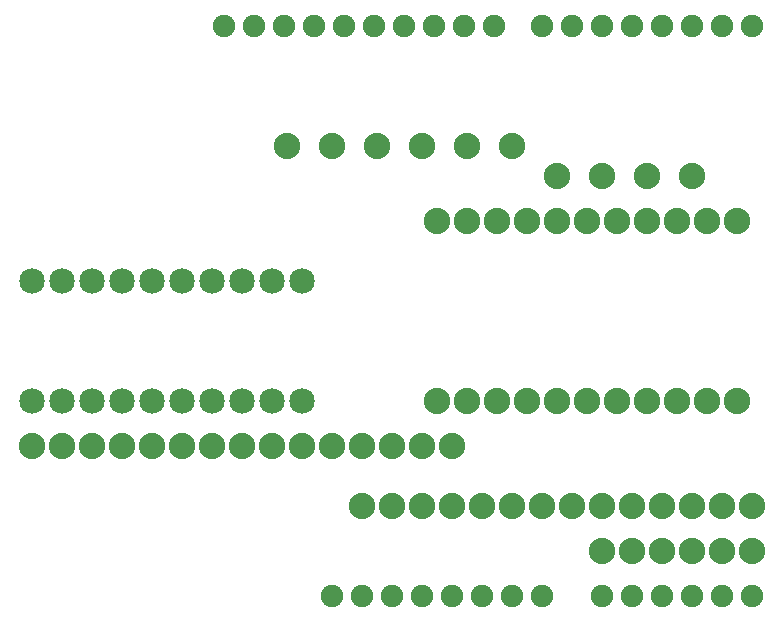
<source format=gbs>
G04 MADE WITH FRITZING*
G04 WWW.FRITZING.ORG*
G04 DOUBLE SIDED*
G04 HOLES PLATED*
G04 CONTOUR ON CENTER OF CONTOUR VECTOR*
%ASAXBY*%
%FSLAX23Y23*%
%MOIN*%
%OFA0B0*%
%SFA1.0B1.0*%
%ADD10C,0.085000*%
%ADD11C,0.088000*%
%ADD12C,0.075278*%
%LNMASK0*%
G90*
G70*
G54D10*
X1009Y1151D03*
X1009Y751D03*
G54D11*
X959Y1601D03*
X2509Y251D03*
X2409Y251D03*
G54D10*
X609Y1151D03*
X609Y751D03*
X909Y1151D03*
X909Y751D03*
X809Y1151D03*
X809Y751D03*
X709Y1151D03*
X709Y751D03*
X509Y1151D03*
X509Y751D03*
X409Y1151D03*
X409Y751D03*
X309Y1151D03*
X309Y751D03*
X209Y1151D03*
X209Y751D03*
X109Y1151D03*
X109Y751D03*
G54D11*
X2309Y251D03*
X2209Y251D03*
X2109Y251D03*
X2009Y251D03*
X1109Y1601D03*
X1259Y1601D03*
X1409Y1601D03*
X1559Y1601D03*
X1709Y1601D03*
X1859Y1501D03*
X2009Y1501D03*
X2159Y1501D03*
X2309Y1501D03*
X109Y601D03*
X209Y601D03*
X309Y601D03*
X409Y601D03*
X509Y601D03*
X609Y601D03*
X709Y601D03*
X809Y601D03*
X909Y601D03*
X1009Y601D03*
X1109Y601D03*
X1209Y601D03*
X1309Y601D03*
X1409Y601D03*
X1509Y601D03*
X2509Y401D03*
X2409Y401D03*
X2309Y401D03*
X2209Y401D03*
X2109Y401D03*
X2009Y401D03*
X1909Y401D03*
X1809Y401D03*
X1709Y401D03*
X1609Y401D03*
X1509Y401D03*
X1409Y401D03*
X1309Y401D03*
X1209Y401D03*
X2459Y1351D03*
X2359Y1351D03*
X2259Y1351D03*
X2159Y1351D03*
X2059Y1351D03*
X1959Y1351D03*
X1859Y1351D03*
X1759Y1351D03*
X1659Y1351D03*
X1559Y1351D03*
X1459Y1351D03*
X1459Y751D03*
X1559Y751D03*
X1659Y751D03*
X1759Y751D03*
X1859Y751D03*
X1959Y751D03*
X2059Y751D03*
X2159Y751D03*
X2259Y751D03*
X2359Y751D03*
X2459Y751D03*
G54D12*
X2109Y101D03*
X2209Y101D03*
X2309Y101D03*
X2409Y101D03*
X2509Y101D03*
X1649Y2001D03*
X1549Y2001D03*
X1449Y2001D03*
X1349Y2001D03*
X1249Y2001D03*
X1149Y2001D03*
X1049Y2001D03*
X949Y2001D03*
X849Y2001D03*
X749Y2001D03*
X2509Y2001D03*
X2409Y2001D03*
X2309Y2001D03*
X2209Y2001D03*
X2109Y2001D03*
X2009Y2001D03*
X1909Y2001D03*
X1809Y2001D03*
X1209Y101D03*
X1109Y101D03*
X1309Y101D03*
X1409Y101D03*
X1509Y101D03*
X1609Y101D03*
X1709Y101D03*
X1809Y101D03*
X2009Y101D03*
G04 End of Mask0*
M02*
</source>
